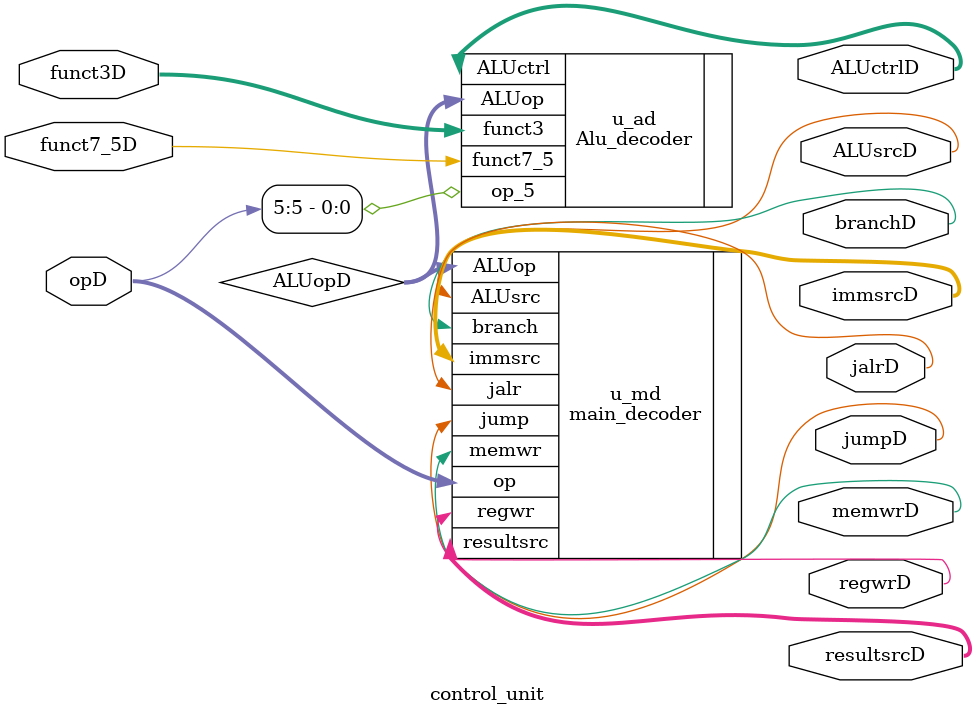
<source format=v>
module control_unit(
//instr memory inputs
input wire [6:0]  opD,
input wire [2:0]  funct3D,
input wire        funct7_5D,
//datapath outputs
output wire [1:0]  immsrcD,
output wire        ALUsrcD,
output wire [1:0]  ALUctrlD,
output wire [1:0]  resultsrcD,
output wire        regwrD,
output wire        jumpD,
output wire        jalrD,
output wire        branchD,
//data memory output
output wire       memwrD
);

wire [1:0] ALUopD ;


main_decoder u_md (
.op(opD),
.jump(jumpD),
.jalr(jalrD),
.branch(branchD),
.immsrc(immsrcD),
.ALUsrc(ALUsrcD),
.ALUop(ALUopD), //
.resultsrc(resultsrcD),
.regwr(regwrD),
.memwr(memwrD)
); 

Alu_decoder u_ad (
.ALUop(ALUopD),
.funct3(funct3D),
.funct7_5(funct7_5D),
.op_5(opD[5]),
.ALUctrl(ALUctrlD)
);



endmodule

</source>
